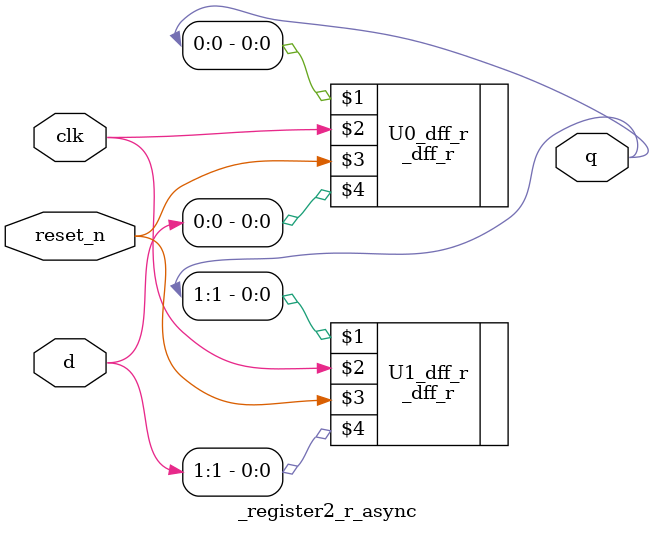
<source format=v>
module _register2_r_async(q, clk, reset_n, d);
	input clk, reset_n;
	input [1:0] d;
	output [1:0] q;
	
	_dff_r U0_dff_r(q[0], clk, reset_n, d[0]);		//first bit D FF
	_dff_r U1_dff_r(q[1], clk, reset_n, d[1]);
	
endmodule

</source>
